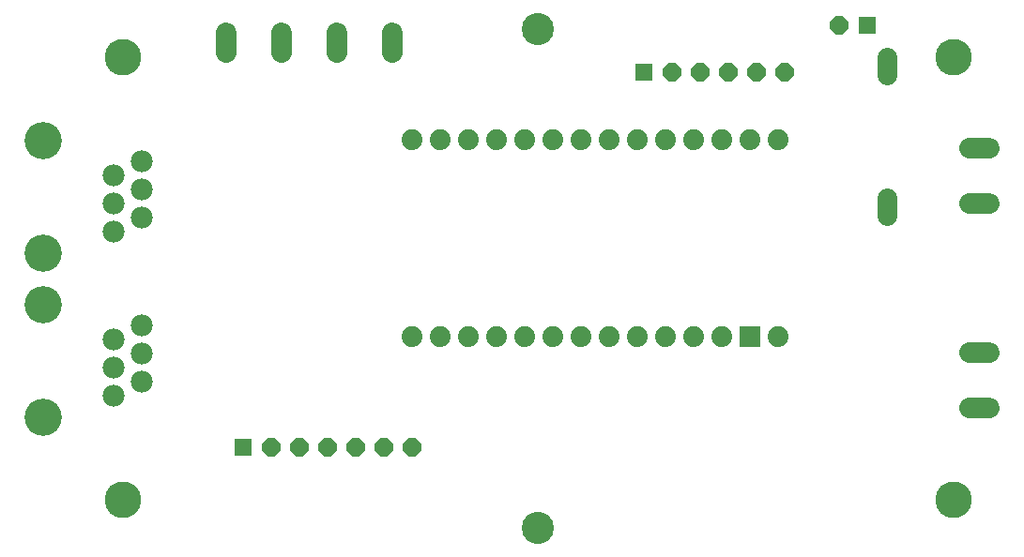
<source format=gbs>
G75*
%MOIN*%
%OFA0B0*%
%FSLAX25Y25*%
%IPPOS*%
%LPD*%
%AMOC8*
5,1,8,0,0,1.08239X$1,22.5*
%
%ADD10C,0.12998*%
%ADD11C,0.07450*%
%ADD12C,0.11400*%
%ADD13C,0.07800*%
%ADD14C,0.13200*%
%ADD15C,0.07400*%
%ADD16R,0.07400X0.07400*%
%ADD17R,0.06400X0.06400*%
%ADD18OC8,0.06400*%
%ADD19C,0.07000*%
D10*
X0061648Y0062772D03*
X0061648Y0220252D03*
X0356924Y0220252D03*
X0356924Y0062772D03*
D11*
X0362336Y0095646D02*
X0369386Y0095646D01*
X0369386Y0115331D02*
X0362336Y0115331D01*
X0362336Y0168283D02*
X0369386Y0168283D01*
X0369386Y0187969D02*
X0362336Y0187969D01*
X0157416Y0221924D02*
X0157416Y0228974D01*
X0137731Y0228974D02*
X0137731Y0221924D01*
X0118046Y0221924D02*
X0118046Y0228974D01*
X0098361Y0228974D02*
X0098361Y0221924D01*
D12*
X0209286Y0230094D03*
X0209286Y0052929D03*
D13*
X0068400Y0104780D03*
X0058400Y0109780D03*
X0068400Y0114780D03*
X0058400Y0119780D03*
X0068400Y0124780D03*
X0058400Y0099780D03*
X0058400Y0158047D03*
X0068400Y0163047D03*
X0058400Y0168047D03*
X0068400Y0173047D03*
X0058400Y0178047D03*
X0068400Y0183047D03*
D14*
X0033400Y0190547D03*
X0033400Y0150547D03*
X0033400Y0132280D03*
X0033400Y0092280D03*
D15*
X0164424Y0120921D03*
X0174424Y0120921D03*
X0184424Y0120921D03*
X0194424Y0120921D03*
X0204424Y0120921D03*
X0214424Y0120921D03*
X0224424Y0120921D03*
X0234424Y0120921D03*
X0244424Y0120921D03*
X0254424Y0120921D03*
X0264424Y0120921D03*
X0274424Y0120921D03*
X0294424Y0120921D03*
X0294424Y0190921D03*
X0284424Y0190921D03*
X0274424Y0190921D03*
X0264424Y0190921D03*
X0254424Y0190921D03*
X0244424Y0190921D03*
X0234424Y0190921D03*
X0224424Y0190921D03*
X0214424Y0190921D03*
X0204424Y0190921D03*
X0194424Y0190921D03*
X0184424Y0190921D03*
X0174424Y0190921D03*
X0164424Y0190921D03*
D16*
X0284424Y0120921D03*
D17*
X0246933Y0214740D03*
X0326017Y0231576D03*
X0104527Y0081364D03*
D18*
X0114527Y0081364D03*
X0124527Y0081364D03*
X0134527Y0081364D03*
X0144527Y0081364D03*
X0154527Y0081364D03*
X0164527Y0081364D03*
X0256933Y0214740D03*
X0266933Y0214740D03*
X0276933Y0214740D03*
X0286933Y0214740D03*
X0296933Y0214740D03*
X0316017Y0231576D03*
D19*
X0332995Y0220336D02*
X0332995Y0213736D01*
X0332995Y0170336D02*
X0332995Y0163736D01*
M02*

</source>
